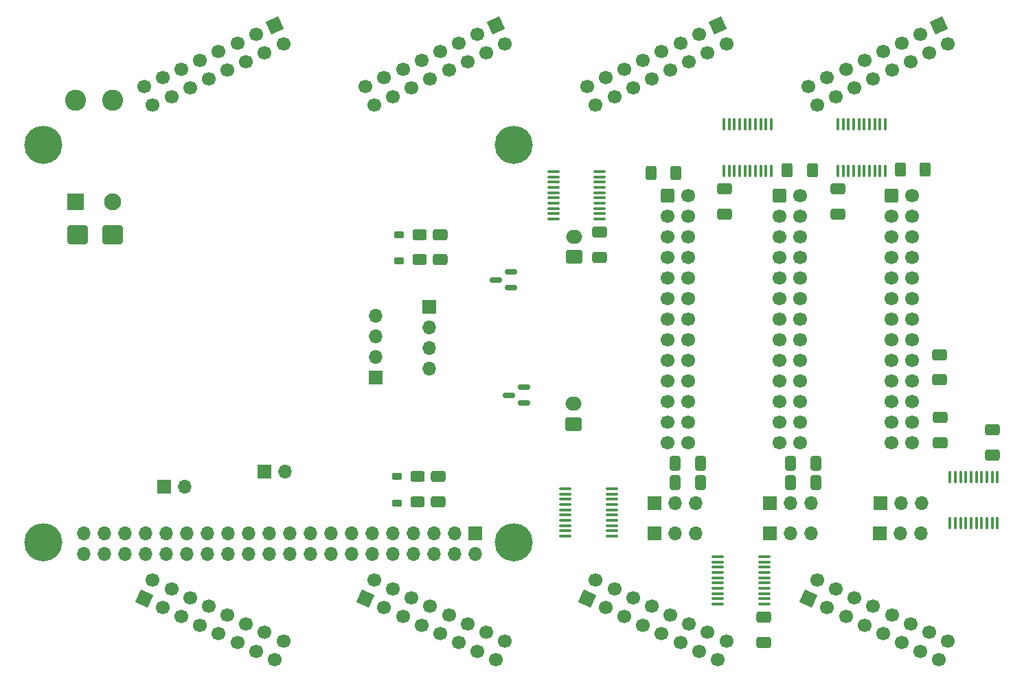
<source format=gbr>
%TF.GenerationSoftware,KiCad,Pcbnew,7.0.7*%
%TF.CreationDate,2023-11-11T20:47:19+01:00*%
%TF.ProjectId,LITEXCNC-HUB75HAT,4c495445-5843-44e4-932d-485542373548,rev?*%
%TF.SameCoordinates,Original*%
%TF.FileFunction,Soldermask,Bot*%
%TF.FilePolarity,Negative*%
%FSLAX46Y46*%
G04 Gerber Fmt 4.6, Leading zero omitted, Abs format (unit mm)*
G04 Created by KiCad (PCBNEW 7.0.7) date 2023-11-11 20:47:19*
%MOMM*%
%LPD*%
G01*
G04 APERTURE LIST*
G04 Aperture macros list*
%AMRoundRect*
0 Rectangle with rounded corners*
0 $1 Rounding radius*
0 $2 $3 $4 $5 $6 $7 $8 $9 X,Y pos of 4 corners*
0 Add a 4 corners polygon primitive as box body*
4,1,4,$2,$3,$4,$5,$6,$7,$8,$9,$2,$3,0*
0 Add four circle primitives for the rounded corners*
1,1,$1+$1,$2,$3*
1,1,$1+$1,$4,$5*
1,1,$1+$1,$6,$7*
1,1,$1+$1,$8,$9*
0 Add four rect primitives between the rounded corners*
20,1,$1+$1,$2,$3,$4,$5,0*
20,1,$1+$1,$4,$5,$6,$7,0*
20,1,$1+$1,$6,$7,$8,$9,0*
20,1,$1+$1,$8,$9,$2,$3,0*%
%AMHorizOval*
0 Thick line with rounded ends*
0 $1 width*
0 $2 $3 position (X,Y) of the first rounded end (center of the circle)*
0 $4 $5 position (X,Y) of the second rounded end (center of the circle)*
0 Add line between two ends*
20,1,$1,$2,$3,$4,$5,0*
0 Add two circle primitives to create the rounded ends*
1,1,$1,$2,$3*
1,1,$1,$4,$5*%
%AMRotRect*
0 Rectangle, with rotation*
0 The origin of the aperture is its center*
0 $1 length*
0 $2 width*
0 $3 Rotation angle, in degrees counterclockwise*
0 Add horizontal line*
21,1,$1,$2,0,0,$3*%
G04 Aperture macros list end*
%ADD10R,1.700000X1.700000*%
%ADD11O,1.700000X1.700000*%
%ADD12RoundRect,0.250000X-0.600000X-0.600000X0.600000X-0.600000X0.600000X0.600000X-0.600000X0.600000X0*%
%ADD13C,1.700000*%
%ADD14RoundRect,0.250000X0.750000X-0.600000X0.750000X0.600000X-0.750000X0.600000X-0.750000X-0.600000X0*%
%ADD15O,2.000000X1.700000*%
%ADD16C,3.100000*%
%ADD17C,4.700000*%
%ADD18RoundRect,0.250000X-1.000000X-0.900000X1.000000X-0.900000X1.000000X0.900000X-1.000000X0.900000X0*%
%ADD19RoundRect,0.250000X-0.650000X0.412500X-0.650000X-0.412500X0.650000X-0.412500X0.650000X0.412500X0*%
%ADD20RoundRect,0.225000X0.375000X-0.225000X0.375000X0.225000X-0.375000X0.225000X-0.375000X-0.225000X0*%
%ADD21RotRect,1.700000X1.700000X115.000000*%
%ADD22HorizOval,1.700000X0.000000X0.000000X0.000000X0.000000X0*%
%ADD23RotRect,1.700000X1.700000X245.000000*%
%ADD24HorizOval,1.700000X0.000000X0.000000X0.000000X0.000000X0*%
%ADD25RoundRect,0.250000X-0.400000X-0.625000X0.400000X-0.625000X0.400000X0.625000X-0.400000X0.625000X0*%
%ADD26RoundRect,0.250000X-0.412500X-0.650000X0.412500X-0.650000X0.412500X0.650000X-0.412500X0.650000X0*%
%ADD27RoundRect,0.250000X0.625000X-0.400000X0.625000X0.400000X-0.625000X0.400000X-0.625000X-0.400000X0*%
%ADD28RoundRect,0.250000X0.650000X-0.412500X0.650000X0.412500X-0.650000X0.412500X-0.650000X-0.412500X0*%
%ADD29RoundRect,0.100000X-0.637500X-0.100000X0.637500X-0.100000X0.637500X0.100000X-0.637500X0.100000X0*%
%ADD30RoundRect,0.150000X0.587500X0.150000X-0.587500X0.150000X-0.587500X-0.150000X0.587500X-0.150000X0*%
%ADD31RoundRect,0.100000X-0.100000X0.637500X-0.100000X-0.637500X0.100000X-0.637500X0.100000X0.637500X0*%
%ADD32RoundRect,0.100000X0.100000X-0.637500X0.100000X0.637500X-0.100000X0.637500X-0.100000X-0.637500X0*%
%ADD33C,2.600000*%
%ADD34RoundRect,0.250001X-0.799999X-0.799999X0.799999X-0.799999X0.799999X0.799999X-0.799999X0.799999X0*%
%ADD35C,2.100000*%
G04 APERTURE END LIST*
D10*
%TO.C,J17*%
X76768000Y22244000D03*
D11*
X76768000Y19704000D03*
X74228000Y22244000D03*
X74228000Y19704000D03*
X71688000Y22244000D03*
X71688000Y19704000D03*
X69148000Y22244000D03*
X69148000Y19704000D03*
X66608000Y22244000D03*
X66608000Y19704000D03*
X64068000Y22244000D03*
X64068000Y19704000D03*
X61528000Y22244000D03*
X61528000Y19704000D03*
X58988000Y22244000D03*
X58988000Y19704000D03*
X56448000Y22244000D03*
X56448000Y19704000D03*
X53908000Y22244000D03*
X53908000Y19704000D03*
X51368000Y22244000D03*
X51368000Y19704000D03*
X48828000Y22244000D03*
X48828000Y19704000D03*
X46288000Y22244000D03*
X46288000Y19704000D03*
X43748000Y22244000D03*
X43748000Y19704000D03*
X41208000Y22244000D03*
X41208000Y19704000D03*
X38668000Y22244000D03*
X38668000Y19704000D03*
X36128000Y22244000D03*
X36128000Y19704000D03*
X33588000Y22244000D03*
X33588000Y19704000D03*
X31048000Y22244000D03*
X31048000Y19704000D03*
X28508000Y22244000D03*
X28508000Y19704000D03*
%TD*%
D12*
%TO.C,J2*%
X114270000Y63900000D03*
D13*
X116810000Y63900000D03*
X114270000Y61360000D03*
X116810000Y61360000D03*
X114270000Y58820000D03*
X116810000Y58820000D03*
X114270000Y56280000D03*
X116810000Y56280000D03*
X114270000Y53740000D03*
X116810000Y53740000D03*
X114270000Y51200000D03*
X116810000Y51200000D03*
X114270000Y48660000D03*
X116810000Y48660000D03*
X114270000Y46120000D03*
X116810000Y46120000D03*
X114270000Y43580000D03*
X116810000Y43580000D03*
X114270000Y41040000D03*
X116810000Y41040000D03*
X114270000Y38500000D03*
X116810000Y38500000D03*
X114270000Y35960000D03*
X116810000Y35960000D03*
X114270000Y33420000D03*
X116810000Y33420000D03*
%TD*%
D10*
%TO.C,JP6*%
X98866000Y22244000D03*
D11*
X101406000Y22244000D03*
X103946000Y22244000D03*
%TD*%
D10*
%TO.C,JP4*%
X126679000Y22244000D03*
D11*
X129219000Y22244000D03*
X131759000Y22244000D03*
%TD*%
D10*
%TO.C,JP1*%
X126716000Y25927000D03*
D11*
X129256000Y25927000D03*
X131796000Y25927000D03*
%TD*%
D14*
%TO.C,RS489-5*%
X88960000Y56320000D03*
D15*
X88960000Y58820000D03*
%TD*%
D10*
%TO.C,JP3*%
X98866000Y25901600D03*
D11*
X101406000Y25901600D03*
X103946000Y25901600D03*
%TD*%
D14*
%TO.C,RS489-1*%
X88943000Y35706000D03*
D15*
X88943000Y38206000D03*
%TD*%
D10*
%TO.C,JP5*%
X113090000Y22244000D03*
D11*
X115630000Y22244000D03*
X118170000Y22244000D03*
%TD*%
D16*
%TO.C,REF\u002A\u002A*%
X23560000Y70112000D03*
D17*
X23560000Y70112000D03*
%TD*%
D16*
%TO.C,REF\u002A\u002A*%
X81560000Y21112000D03*
D17*
X81560000Y21112000D03*
%TD*%
D16*
%TO.C,REF\u002A\u002A*%
X23560000Y21112000D03*
D17*
X23560000Y21112000D03*
%TD*%
D10*
%TO.C,JP2*%
X113105000Y25901600D03*
D11*
X115645000Y25901600D03*
X118185000Y25901600D03*
%TD*%
D12*
%TO.C,J3*%
X100464000Y63900000D03*
D13*
X103004000Y63900000D03*
X100464000Y61360000D03*
X103004000Y61360000D03*
X100464000Y58820000D03*
X103004000Y58820000D03*
X100464000Y56280000D03*
X103004000Y56280000D03*
X100464000Y53740000D03*
X103004000Y53740000D03*
X100464000Y51200000D03*
X103004000Y51200000D03*
X100464000Y48660000D03*
X103004000Y48660000D03*
X100464000Y46120000D03*
X103004000Y46120000D03*
X100464000Y43580000D03*
X103004000Y43580000D03*
X100464000Y41040000D03*
X103004000Y41040000D03*
X100464000Y38500000D03*
X103004000Y38500000D03*
X100464000Y35960000D03*
X103004000Y35960000D03*
X100464000Y33420000D03*
X103004000Y33420000D03*
%TD*%
D16*
%TO.C,REF\u002A\u002A*%
X81560000Y70112000D03*
D17*
X81560000Y70112000D03*
%TD*%
D12*
%TO.C,J1*%
X128076000Y63900000D03*
D13*
X130616000Y63900000D03*
X128076000Y61360000D03*
X130616000Y61360000D03*
X128076000Y58820000D03*
X130616000Y58820000D03*
X128076000Y56280000D03*
X130616000Y56280000D03*
X128076000Y53740000D03*
X130616000Y53740000D03*
X128076000Y51200000D03*
X130616000Y51200000D03*
X128076000Y48660000D03*
X130616000Y48660000D03*
X128076000Y46120000D03*
X130616000Y46120000D03*
X128076000Y43580000D03*
X130616000Y43580000D03*
X128076000Y41040000D03*
X130616000Y41040000D03*
X128076000Y38500000D03*
X130616000Y38500000D03*
X128076000Y35960000D03*
X130616000Y35960000D03*
X128076000Y33420000D03*
X130616000Y33420000D03*
%TD*%
D18*
%TO.C,D12*%
X27764000Y59074000D03*
X32064000Y59074000D03*
%TD*%
D19*
%TO.C,C16*%
X112328000Y11868500D03*
X112328000Y8743500D03*
%TD*%
D20*
%TO.C,D4*%
X67370000Y55774000D03*
X67370000Y59074000D03*
%TD*%
D10*
%TO.C,J14*%
X38460000Y28000000D03*
D11*
X41000000Y28000000D03*
%TD*%
D19*
%TO.C,C20*%
X121472000Y64700500D03*
X121472000Y61575500D03*
%TD*%
D10*
%TO.C,J8*%
X71120000Y50165000D03*
D11*
X71120000Y47625000D03*
X71120000Y45085000D03*
X71120000Y42545000D03*
%TD*%
D21*
%TO.C,J4*%
X52070000Y84836000D03*
D22*
X53143450Y82533978D03*
X49767978Y83762550D03*
X50841429Y81460528D03*
X47465956Y82689099D03*
X48539407Y80387077D03*
X45163935Y81615649D03*
X46237385Y79313627D03*
X42861913Y80542198D03*
X43935363Y78240177D03*
X40559891Y79468748D03*
X41633341Y77166726D03*
X38257869Y78395298D03*
X39331320Y76093276D03*
X35955848Y77321847D03*
X37029298Y75019826D03*
%TD*%
D10*
%TO.C,J13*%
X50800000Y29845000D03*
D11*
X53340000Y29845000D03*
%TD*%
D23*
%TO.C,J12*%
X90565848Y14118153D03*
D24*
X91639298Y16420175D03*
X92867870Y13044703D03*
X93941320Y15346724D03*
X95169892Y11971252D03*
X96243342Y14273274D03*
X97471913Y10897802D03*
X98545364Y13199824D03*
X99773935Y9824351D03*
X100847386Y12126373D03*
X102075957Y8750901D03*
X103149407Y11052923D03*
X104377979Y7677451D03*
X105451429Y9979472D03*
X106680000Y6604000D03*
X107753451Y8906022D03*
%TD*%
D25*
%TO.C,R5*%
X98433600Y66694000D03*
X101533600Y66694000D03*
%TD*%
D26*
%TO.C,C6*%
X101418300Y30829200D03*
X104543300Y30829200D03*
%TD*%
D27*
%TO.C,R8*%
X69910000Y55974000D03*
X69910000Y59074000D03*
%TD*%
D23*
%TO.C,J11*%
X117870848Y14118153D03*
D24*
X118944298Y16420175D03*
X120172870Y13044703D03*
X121246320Y15346724D03*
X122474892Y11971252D03*
X123548342Y14273274D03*
X124776913Y10897802D03*
X125850364Y13199824D03*
X127078935Y9824351D03*
X128152386Y12126373D03*
X129380957Y8750901D03*
X130454407Y11052923D03*
X131682979Y7677451D03*
X132756429Y9979472D03*
X133985000Y6604000D03*
X135058451Y8906022D03*
%TD*%
D28*
%TO.C,C1*%
X134045000Y41128500D03*
X134045000Y44253500D03*
%TD*%
D26*
%TO.C,C3*%
X115680800Y28441600D03*
X118805800Y28441600D03*
%TD*%
D29*
%TO.C,U5*%
X86420000Y60986000D03*
X86420000Y61636000D03*
X86420000Y62286000D03*
X86420000Y62936000D03*
X86420000Y63586000D03*
X86420000Y64236000D03*
X86420000Y64886000D03*
X86420000Y65536000D03*
X86420000Y66186000D03*
X86420000Y66836000D03*
X92145000Y66836000D03*
X92145000Y66186000D03*
X92145000Y65536000D03*
X92145000Y64886000D03*
X92145000Y64236000D03*
X92145000Y63586000D03*
X92145000Y62936000D03*
X92145000Y62286000D03*
X92145000Y61636000D03*
X92145000Y60986000D03*
%TD*%
D19*
%TO.C,C15*%
X72196000Y29229000D03*
X72196000Y26104000D03*
%TD*%
%TO.C,C19*%
X107502000Y64700500D03*
X107502000Y61575500D03*
%TD*%
D28*
%TO.C,C2*%
X134082000Y33381500D03*
X134082000Y36506500D03*
%TD*%
D27*
%TO.C,R17*%
X69656000Y26129000D03*
X69656000Y29229000D03*
%TD*%
D20*
%TO.C,D10*%
X67116000Y25929000D03*
X67116000Y29229000D03*
%TD*%
D21*
%TO.C,J6*%
X106680000Y84836000D03*
D22*
X107753450Y82533978D03*
X104377978Y83762550D03*
X105451429Y81460528D03*
X102075956Y82689099D03*
X103149407Y80387077D03*
X99773935Y81615649D03*
X100847385Y79313627D03*
X97471913Y80542198D03*
X98545363Y78240177D03*
X95169891Y79468748D03*
X96243341Y77166726D03*
X92867869Y78395298D03*
X93941320Y76093276D03*
X90565848Y77321847D03*
X91639298Y75019826D03*
%TD*%
D30*
%TO.C,D11*%
X82785500Y40212000D03*
X82785500Y38312000D03*
X80910500Y39262000D03*
%TD*%
D29*
%TO.C,U6*%
X87875500Y21859000D03*
X87875500Y22509000D03*
X87875500Y23159000D03*
X87875500Y23809000D03*
X87875500Y24459000D03*
X87875500Y25109000D03*
X87875500Y25759000D03*
X87875500Y26409000D03*
X87875500Y27059000D03*
X87875500Y27709000D03*
X93600500Y27709000D03*
X93600500Y27059000D03*
X93600500Y26409000D03*
X93600500Y25759000D03*
X93600500Y25109000D03*
X93600500Y24459000D03*
X93600500Y23809000D03*
X93600500Y23159000D03*
X93600500Y22509000D03*
X93600500Y21859000D03*
%TD*%
D23*
%TO.C,J15*%
X63260848Y14118153D03*
D24*
X64334298Y16420175D03*
X65562870Y13044703D03*
X66636320Y15346724D03*
X67864892Y11971252D03*
X68938342Y14273274D03*
X70166913Y10897802D03*
X71240364Y13199824D03*
X72468935Y9824351D03*
X73542386Y12126373D03*
X74770957Y8750901D03*
X75844407Y11052923D03*
X77072979Y7677451D03*
X78146429Y9979472D03*
X79375000Y6604000D03*
X80448451Y8906022D03*
%TD*%
D29*
%TO.C,U4*%
X106671500Y13477000D03*
X106671500Y14127000D03*
X106671500Y14777000D03*
X106671500Y15427000D03*
X106671500Y16077000D03*
X106671500Y16727000D03*
X106671500Y17377000D03*
X106671500Y18027000D03*
X106671500Y18677000D03*
X106671500Y19327000D03*
X112396500Y19327000D03*
X112396500Y18677000D03*
X112396500Y18027000D03*
X112396500Y17377000D03*
X112396500Y16727000D03*
X112396500Y16077000D03*
X112396500Y15427000D03*
X112396500Y14777000D03*
X112396500Y14127000D03*
X112396500Y13477000D03*
%TD*%
D19*
%TO.C,C9*%
X92135000Y59366500D03*
X92135000Y56241500D03*
%TD*%
D31*
%TO.C,U3*%
X107442000Y72673000D03*
X108092000Y72673000D03*
X108742000Y72673000D03*
X109392000Y72673000D03*
X110042000Y72673000D03*
X110692000Y72673000D03*
X111342000Y72673000D03*
X111992000Y72673000D03*
X112642000Y72673000D03*
X113292000Y72673000D03*
X113292000Y66948000D03*
X112642000Y66948000D03*
X111992000Y66948000D03*
X111342000Y66948000D03*
X110692000Y66948000D03*
X110042000Y66948000D03*
X109392000Y66948000D03*
X108742000Y66948000D03*
X108092000Y66948000D03*
X107442000Y66948000D03*
%TD*%
D10*
%TO.C,J7*%
X64516000Y41402000D03*
D11*
X64516000Y43942000D03*
X64516000Y46482000D03*
X64516000Y49022000D03*
%TD*%
D31*
%TO.C,U2*%
X121494000Y72673000D03*
X122144000Y72673000D03*
X122794000Y72673000D03*
X123444000Y72673000D03*
X124094000Y72673000D03*
X124744000Y72673000D03*
X125394000Y72673000D03*
X126044000Y72673000D03*
X126694000Y72673000D03*
X127344000Y72673000D03*
X127344000Y66948000D03*
X126694000Y66948000D03*
X126044000Y66948000D03*
X125394000Y66948000D03*
X124744000Y66948000D03*
X124094000Y66948000D03*
X123444000Y66948000D03*
X122794000Y66948000D03*
X122144000Y66948000D03*
X121494000Y66948000D03*
%TD*%
D32*
%TO.C,U1*%
X141161000Y23445500D03*
X140511000Y23445500D03*
X139861000Y23445500D03*
X139211000Y23445500D03*
X138561000Y23445500D03*
X137911000Y23445500D03*
X137261000Y23445500D03*
X136611000Y23445500D03*
X135961000Y23445500D03*
X135311000Y23445500D03*
X135311000Y29170500D03*
X135961000Y29170500D03*
X136611000Y29170500D03*
X137261000Y29170500D03*
X137911000Y29170500D03*
X138561000Y29170500D03*
X139211000Y29170500D03*
X139861000Y29170500D03*
X140511000Y29170500D03*
X141161000Y29170500D03*
%TD*%
D23*
%TO.C,J16*%
X35955848Y14118153D03*
D24*
X37029298Y16420175D03*
X38257870Y13044703D03*
X39331320Y15346724D03*
X40559892Y11971252D03*
X41633342Y14273274D03*
X42861913Y10897802D03*
X43935364Y13199824D03*
X45163935Y9824351D03*
X46237386Y12126373D03*
X47465957Y8750901D03*
X48539407Y11052923D03*
X49767979Y7677451D03*
X50841429Y9979472D03*
X52070000Y6604000D03*
X53143451Y8906022D03*
%TD*%
D25*
%TO.C,R3*%
X129167600Y67049600D03*
X132267600Y67049600D03*
%TD*%
D30*
%TO.C,D5*%
X81183000Y54436000D03*
X81183000Y52536000D03*
X79308000Y53486000D03*
%TD*%
D33*
%TO.C,J10*%
X27478000Y75663000D03*
X32078000Y75663000D03*
D34*
X27478000Y63063000D03*
D35*
X32078000Y63063000D03*
%TD*%
D26*
%TO.C,C5*%
X101418300Y28441600D03*
X104543300Y28441600D03*
%TD*%
D21*
%TO.C,J5*%
X79375000Y84836000D03*
D22*
X80448450Y82533978D03*
X77072978Y83762550D03*
X78146429Y81460528D03*
X74770956Y82689099D03*
X75844407Y80387077D03*
X72468935Y81615649D03*
X73542385Y79313627D03*
X70166913Y80542198D03*
X71240363Y78240177D03*
X67864891Y79468748D03*
X68938341Y77166726D03*
X65562869Y78395298D03*
X66636320Y76093276D03*
X63260848Y77321847D03*
X64334298Y75019826D03*
%TD*%
D26*
%TO.C,C4*%
X115693100Y30829200D03*
X118818100Y30829200D03*
%TD*%
D19*
%TO.C,C10*%
X72450000Y59074000D03*
X72450000Y55949000D03*
%TD*%
D28*
%TO.C,C21*%
X140522000Y31857500D03*
X140522000Y34982500D03*
%TD*%
D25*
%TO.C,R4*%
X115223600Y66998800D03*
X118323600Y66998800D03*
%TD*%
D21*
%TO.C,J9*%
X133985000Y84836000D03*
D22*
X135058450Y82533978D03*
X131682978Y83762550D03*
X132756429Y81460528D03*
X129380956Y82689099D03*
X130454407Y80387077D03*
X127078935Y81615649D03*
X128152385Y79313627D03*
X124776913Y80542198D03*
X125850363Y78240177D03*
X122474891Y79468748D03*
X123548341Y77166726D03*
X120172869Y78395298D03*
X121246320Y76093276D03*
X117870848Y77321847D03*
X118944298Y75019826D03*
%TD*%
M02*

</source>
